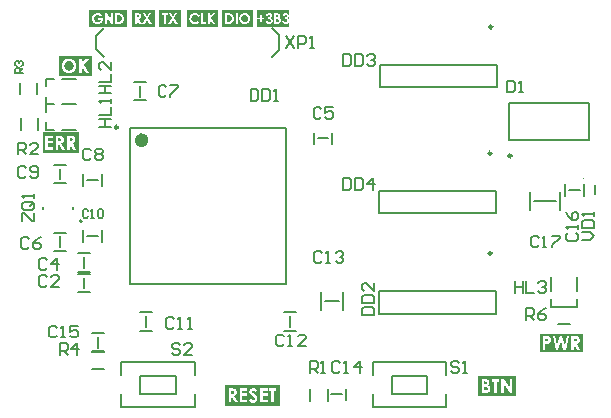
<source format=gto>
G04*
G04 #@! TF.GenerationSoftware,Altium Limited,Altium Designer,24.6.1 (21)*
G04*
G04 Layer_Color=65535*
%FSLAX44Y44*%
%MOMM*%
G71*
G04*
G04 #@! TF.SameCoordinates,5915992C-12D5-426B-92E3-494E032610F7*
G04*
G04*
G04 #@! TF.FilePolarity,Positive*
G04*
G01*
G75*
%ADD10C,0.2500*%
%ADD11C,0.6000*%
%ADD12C,0.2000*%
%ADD13C,0.1000*%
%ADD14C,0.1500*%
%ADD15C,0.1270*%
G36*
X98514Y332934D02*
X66486D01*
Y347066D01*
X98514D01*
Y332934D01*
D02*
G37*
G36*
X57783Y226322D02*
X27217D01*
Y243678D01*
X57783D01*
Y226322D01*
D02*
G37*
G36*
X485000Y57500D02*
X448312D01*
Y73313D01*
X485000D01*
Y57500D01*
D02*
G37*
G36*
X122070Y333030D02*
X102930D01*
Y346970D01*
X122070D01*
Y333030D01*
D02*
G37*
G36*
X236154Y344660D02*
Y338183D01*
X236140Y338475D01*
X236084Y338752D01*
X236015Y338988D01*
X235932Y339196D01*
X235835Y339362D01*
X235765Y339487D01*
X235710Y339570D01*
X235696Y339598D01*
X235515Y339806D01*
X235308Y339986D01*
X235100Y340139D01*
X234891Y340250D01*
X234711Y340333D01*
X234573Y340402D01*
X234517Y340416D01*
X234475Y340430D01*
X234448Y340444D01*
X234434D01*
X234656Y340569D01*
X234836Y340693D01*
X235002Y340832D01*
X235127Y340957D01*
X235224Y341068D01*
X235308Y341151D01*
X235349Y341207D01*
X235363Y341234D01*
X235474Y341415D01*
X235557Y341609D01*
X235613Y341789D01*
X235654Y341955D01*
X235682Y342108D01*
X235696Y342219D01*
Y342288D01*
Y342316D01*
X235682Y342496D01*
X235668Y342663D01*
X235585Y342982D01*
X235460Y343259D01*
X235321Y343495D01*
X235183Y343703D01*
X235058Y343842D01*
X235016Y343897D01*
X234975Y343939D01*
X234961Y343952D01*
X234947Y343966D01*
X234808Y344091D01*
X234656Y344202D01*
X234503Y344285D01*
X234351Y344369D01*
X234046Y344493D01*
X233768Y344577D01*
X233519Y344618D01*
X233407Y344646D01*
X233310D01*
X233241Y344660D01*
X233130D01*
X232908Y344646D01*
X232686Y344618D01*
X232478Y344577D01*
X232298Y344535D01*
X231938Y344396D01*
X231785Y344313D01*
X231646Y344244D01*
X231521Y344160D01*
X231411Y344077D01*
X231313Y344008D01*
X231230Y343952D01*
X231175Y343897D01*
X231133Y343855D01*
X231105Y343828D01*
X231091Y343814D01*
X230897Y343578D01*
X230745Y343315D01*
X230620Y343051D01*
X230537Y342801D01*
X230467Y342579D01*
X230440Y342496D01*
X230426Y342413D01*
X230412Y342344D01*
X230398Y342288D01*
Y342261D01*
Y342247D01*
X232021D01*
X232062Y342371D01*
X232118Y342482D01*
X232187Y342579D01*
X232256Y342663D01*
X232312Y342732D01*
X232367Y342774D01*
X232395Y342801D01*
X232409Y342815D01*
X232520Y342885D01*
X232645Y342940D01*
X232756Y342982D01*
X232853Y343009D01*
X232950Y343023D01*
X233019Y343037D01*
X233075D01*
X233227Y343023D01*
X233352Y342996D01*
X233463Y342954D01*
X233560Y342912D01*
X233643Y342871D01*
X233699Y342829D01*
X233727Y342801D01*
X233740Y342788D01*
X233824Y342691D01*
X233893Y342593D01*
X233934Y342496D01*
X233976Y342399D01*
X233990Y342316D01*
X234004Y342247D01*
Y342205D01*
Y342191D01*
Y342094D01*
X233976Y341997D01*
X233921Y341831D01*
X233893Y341761D01*
X233865Y341706D01*
X233851Y341678D01*
X233837Y341664D01*
X233699Y341498D01*
X233546Y341373D01*
X233477Y341331D01*
X233421Y341304D01*
X233380Y341276D01*
X233366D01*
X233241Y341234D01*
X233102Y341193D01*
X232950Y341165D01*
X232797Y341137D01*
X232673Y341123D01*
X232561Y341110D01*
X232492Y341096D01*
X232465D01*
Y339653D01*
X232811Y339626D01*
X233102Y339584D01*
X233366Y339515D01*
X233574Y339431D01*
X233740Y339362D01*
X233865Y339293D01*
X233934Y339237D01*
X233962Y339223D01*
X234142Y339057D01*
X234267Y338890D01*
X234364Y338710D01*
X234420Y338558D01*
X234461Y338419D01*
X234475Y338294D01*
X234489Y338225D01*
Y338211D01*
Y338197D01*
X234475Y338003D01*
X234434Y337823D01*
X234364Y337656D01*
X234295Y337531D01*
X234226Y337421D01*
X234156Y337337D01*
X234115Y337282D01*
X234101Y337268D01*
X233948Y337143D01*
X233782Y337046D01*
X233615Y336991D01*
X233463Y336935D01*
X233324Y336907D01*
X233213Y336894D01*
X233116D01*
X232922Y336907D01*
X232742Y336949D01*
X232575Y337004D01*
X232451Y337060D01*
X232340Y337115D01*
X232256Y337171D01*
X232201Y337212D01*
X232187Y337226D01*
X232062Y337365D01*
X231951Y337531D01*
X231868Y337698D01*
X231813Y337864D01*
X231771Y338017D01*
X231743Y338142D01*
X231716Y338225D01*
Y338239D01*
Y338253D01*
X230037D01*
X230065Y338003D01*
X230093Y337767D01*
X230148Y337545D01*
X230204Y337351D01*
X230273Y337157D01*
X230343Y336977D01*
X230426Y336824D01*
X230495Y336672D01*
X230578Y336547D01*
X230648Y336436D01*
X230717Y336339D01*
X230786Y336255D01*
X230842Y336200D01*
X230884Y336158D01*
X230897Y336131D01*
X230911Y336117D01*
X231064Y335978D01*
X231244Y335867D01*
X231411Y335756D01*
X231591Y335673D01*
X231938Y335534D01*
X232270Y335437D01*
X232423Y335410D01*
X232561Y335382D01*
X232700Y335368D01*
X232811Y335354D01*
X232894Y335340D01*
X233019D01*
X233269Y335354D01*
X233505Y335382D01*
X233740Y335410D01*
X233948Y335465D01*
X234142Y335534D01*
X234337Y335604D01*
X234503Y335673D01*
X234656Y335756D01*
X234794Y335826D01*
X234919Y335895D01*
X235016Y335964D01*
X235113Y336034D01*
X235183Y336089D01*
X235224Y336117D01*
X235252Y336145D01*
X235266Y336158D01*
X235418Y336325D01*
X235557Y336491D01*
X235682Y336658D01*
X235779Y336824D01*
X235862Y336991D01*
X235932Y337171D01*
X236042Y337490D01*
X236084Y337629D01*
X236112Y337767D01*
X236126Y337878D01*
X236140Y337989D01*
X236154Y338072D01*
Y335340D01*
Y333030D01*
X208847D01*
Y336991D01*
Y339251D01*
X211107D01*
Y336991D01*
X212619D01*
Y339251D01*
X214879D01*
Y340763D01*
X212619D01*
Y343023D01*
X211107D01*
Y340763D01*
X208847D01*
Y343023D01*
Y346970D01*
X236154D01*
Y344660D01*
D02*
G37*
G36*
X175495Y333030D02*
X149505D01*
Y346970D01*
X175495D01*
Y333030D01*
D02*
G37*
G36*
X144257D02*
X125743D01*
Y346970D01*
X144257D01*
Y333030D01*
D02*
G37*
G36*
X68764Y291475D02*
X41236D01*
Y308525D01*
X68764D01*
Y291475D01*
D02*
G37*
G36*
X428125Y20662D02*
X395875D01*
Y37338D01*
X428125D01*
Y20662D01*
D02*
G37*
G36*
X205495Y333030D02*
X179505D01*
Y346970D01*
X205495D01*
Y333030D01*
D02*
G37*
G36*
X228363Y11945D02*
X181637D01*
Y30055D01*
X228363D01*
Y11945D01*
D02*
G37*
%LPC*%
G36*
X73971Y344660D02*
X73777D01*
X73375Y344646D01*
X72986Y344590D01*
X72626Y344521D01*
X72279Y344424D01*
X71960Y344299D01*
X71655Y344174D01*
X71391Y344022D01*
X71142Y343883D01*
X70920Y343745D01*
X70726Y343592D01*
X70559Y343467D01*
X70421Y343356D01*
X70310Y343245D01*
X70240Y343176D01*
X70185Y343120D01*
X70171Y343106D01*
X69963Y342857D01*
X69797Y342607D01*
X69644Y342344D01*
X69505Y342080D01*
X69394Y341817D01*
X69297Y341567D01*
X69228Y341317D01*
X69159Y341082D01*
X69117Y340874D01*
X69075Y340666D01*
X69061Y340485D01*
X69034Y340333D01*
Y340208D01*
X69020Y340125D01*
Y340042D01*
X69034Y339806D01*
X69048Y339570D01*
X69117Y339126D01*
X69214Y338710D01*
X69269Y338530D01*
X69339Y338363D01*
X69394Y338197D01*
X69450Y338058D01*
X69505Y337934D01*
X69547Y337836D01*
X69588Y337753D01*
X69616Y337698D01*
X69644Y337656D01*
Y337642D01*
X69894Y337254D01*
X70171Y336907D01*
X70462Y336616D01*
X70726Y336380D01*
X70975Y336186D01*
X71086Y336103D01*
X71170Y336048D01*
X71253Y336006D01*
X71308Y335964D01*
X71336Y335950D01*
X71350Y335937D01*
X71558Y335826D01*
X71766Y335742D01*
X72196Y335590D01*
X72612Y335493D01*
X73000Y335410D01*
X73167Y335396D01*
X73333Y335368D01*
X73472Y335354D01*
X73583D01*
X73680Y335340D01*
X73818D01*
X74290Y335368D01*
X74720Y335423D01*
X75094Y335507D01*
X75275Y335562D01*
X75427Y335618D01*
X75566Y335659D01*
X75691Y335715D01*
X75802Y335756D01*
X75899Y335798D01*
X75968Y335826D01*
X76023Y335853D01*
X76051Y335881D01*
X76065D01*
X76412Y336103D01*
X76717Y336367D01*
X76994Y336630D01*
X77216Y336894D01*
X77396Y337115D01*
X77466Y337212D01*
X77521Y337309D01*
X77577Y337379D01*
X77604Y337434D01*
X77632Y337462D01*
Y337476D01*
X77743Y337670D01*
X77840Y337864D01*
X77979Y338266D01*
X78090Y338641D01*
X78173Y338974D01*
X78187Y339126D01*
X78215Y339265D01*
X78229Y339390D01*
Y339501D01*
X78242Y339584D01*
Y339695D01*
X78229Y340069D01*
X73763D01*
Y338488D01*
X76329D01*
X76176Y338211D01*
X76023Y337975D01*
X75857Y337781D01*
X75704Y337615D01*
X75566Y337490D01*
X75455Y337407D01*
X75385Y337351D01*
X75372Y337337D01*
X75358D01*
X75122Y337212D01*
X74872Y337129D01*
X74637Y337060D01*
X74401Y337018D01*
X74193Y336991D01*
X74040Y336977D01*
X73888D01*
X73638Y336991D01*
X73402Y337018D01*
X73180Y337060D01*
X72972Y337115D01*
X72764Y337185D01*
X72584Y337254D01*
X72404Y337337D01*
X72251Y337421D01*
X72113Y337504D01*
X71988Y337587D01*
X71877Y337656D01*
X71794Y337726D01*
X71724Y337781D01*
X71669Y337823D01*
X71641Y337850D01*
X71627Y337864D01*
X71461Y338031D01*
X71322Y338211D01*
X71197Y338391D01*
X71100Y338585D01*
X71003Y338766D01*
X70934Y338946D01*
X70823Y339293D01*
X70795Y339445D01*
X70767Y339584D01*
X70740Y339723D01*
X70726Y339834D01*
X70712Y339917D01*
Y339986D01*
Y340028D01*
Y340042D01*
X70726Y340263D01*
X70753Y340485D01*
X70795Y340693D01*
X70851Y340888D01*
X70989Y341248D01*
X71072Y341415D01*
X71156Y341553D01*
X71225Y341692D01*
X71308Y341803D01*
X71378Y341914D01*
X71447Y341997D01*
X71502Y342066D01*
X71544Y342108D01*
X71572Y342136D01*
X71586Y342150D01*
X71752Y342302D01*
X71932Y342441D01*
X72113Y342552D01*
X72307Y342649D01*
X72487Y342746D01*
X72667Y342815D01*
X73014Y342912D01*
X73167Y342954D01*
X73319Y342982D01*
X73444Y342996D01*
X73555Y343009D01*
X73652Y343023D01*
X73777D01*
X74054Y343009D01*
X74318Y342968D01*
X74581Y342912D01*
X74831Y342829D01*
X75053Y342746D01*
X75275Y342649D01*
X75483Y342538D01*
X75663Y342427D01*
X75829Y342302D01*
X75982Y342205D01*
X76107Y342094D01*
X76218Y342011D01*
X76301Y341928D01*
X76356Y341872D01*
X76398Y341831D01*
X76412Y341817D01*
X77604Y342996D01*
X77299Y343301D01*
X76994Y343564D01*
X76717Y343772D01*
X76467Y343939D01*
X76245Y344063D01*
X76162Y344119D01*
X76079Y344160D01*
X76023Y344188D01*
X75982Y344216D01*
X75954Y344230D01*
X75940D01*
X75552Y344369D01*
X75177Y344479D01*
X74817Y344549D01*
X74484Y344604D01*
X74331Y344618D01*
X74193Y344632D01*
X74082Y344646D01*
X73971Y344660D01*
D02*
G37*
G36*
X86910Y344438D02*
X85232D01*
Y338585D01*
X81404Y344438D01*
X79809D01*
Y335562D01*
X81488D01*
Y341373D01*
X85288Y335562D01*
X86910D01*
Y344438D01*
D02*
G37*
G36*
X91126D02*
X88949D01*
Y335562D01*
X91279D01*
X91570Y335576D01*
X91833D01*
X92083Y335590D01*
X92291Y335618D01*
X92499Y335631D01*
X92666Y335645D01*
X92832Y335673D01*
X92957Y335687D01*
X93082Y335701D01*
X93179Y335728D01*
X93248Y335742D01*
X93317Y335756D01*
X93359D01*
X93373Y335770D01*
X93387D01*
X93650Y335867D01*
X93886Y335992D01*
X94108Y336117D01*
X94302Y336255D01*
X94468Y336367D01*
X94593Y336464D01*
X94663Y336533D01*
X94690Y336561D01*
X94898Y336782D01*
X95092Y337018D01*
X95245Y337268D01*
X95384Y337490D01*
X95495Y337684D01*
X95564Y337850D01*
X95592Y337906D01*
X95619Y337948D01*
X95633Y337975D01*
Y337989D01*
X95744Y338322D01*
X95828Y338641D01*
X95897Y338960D01*
X95939Y339251D01*
X95966Y339501D01*
Y339612D01*
X95980Y339709D01*
Y340139D01*
X95952Y340402D01*
X95883Y340874D01*
X95841Y341096D01*
X95786Y341304D01*
X95730Y341498D01*
X95675Y341678D01*
X95619Y341831D01*
X95564Y341969D01*
X95508Y342094D01*
X95467Y342191D01*
X95425Y342274D01*
X95398Y342344D01*
X95384Y342371D01*
X95370Y342385D01*
X95259Y342579D01*
X95134Y342760D01*
X94871Y343093D01*
X94607Y343356D01*
X94371Y343578D01*
X94149Y343745D01*
X94052Y343814D01*
X93969Y343855D01*
X93914Y343897D01*
X93858Y343925D01*
X93830Y343952D01*
X93817D01*
X93636Y344036D01*
X93428Y344119D01*
X93206Y344174D01*
X92971Y344230D01*
X92499Y344313D01*
X92028Y344382D01*
X91806Y344396D01*
X91611Y344410D01*
X91417Y344424D01*
X91265D01*
X91126Y344438D01*
D02*
G37*
%LPD*%
G36*
X91487Y342774D02*
X91750Y342760D01*
X92000Y342718D01*
X92222Y342677D01*
X92430Y342621D01*
X92610Y342566D01*
X92776Y342496D01*
X92929Y342441D01*
X93068Y342371D01*
X93179Y342302D01*
X93276Y342247D01*
X93345Y342191D01*
X93414Y342150D01*
X93456Y342108D01*
X93470Y342094D01*
X93484Y342080D01*
X93622Y341928D01*
X93747Y341761D01*
X93858Y341595D01*
X93955Y341415D01*
X94025Y341234D01*
X94094Y341054D01*
X94191Y340707D01*
X94219Y340541D01*
X94247Y340388D01*
X94260Y340250D01*
X94274Y340139D01*
X94288Y340042D01*
Y339958D01*
Y339917D01*
Y339903D01*
X94274Y339570D01*
X94233Y339279D01*
X94177Y339015D01*
X94122Y338793D01*
X94066Y338613D01*
X94011Y338475D01*
X93969Y338391D01*
X93955Y338377D01*
Y338363D01*
X93817Y338142D01*
X93678Y337961D01*
X93539Y337809D01*
X93400Y337684D01*
X93276Y337587D01*
X93179Y337531D01*
X93123Y337490D01*
X93095Y337476D01*
X92985Y337434D01*
X92874Y337393D01*
X92610Y337323D01*
X92333Y337282D01*
X92055Y337240D01*
X91806Y337226D01*
X91695D01*
X91598Y337212D01*
X90627D01*
Y342788D01*
X91195D01*
X91487Y342774D01*
D02*
G37*
%LPC*%
G36*
X50546Y240925D02*
X47842D01*
Y229075D01*
X50083D01*
Y234093D01*
X50286D01*
X52971Y229075D01*
X55434D01*
X52619Y234333D01*
X53008Y234500D01*
X53360Y234685D01*
X53656Y234889D01*
X53878Y235074D01*
X54064Y235259D01*
X54193Y235389D01*
X54286Y235481D01*
X54304Y235518D01*
X54489Y235833D01*
X54638Y236167D01*
X54730Y236481D01*
X54804Y236796D01*
X54841Y237074D01*
X54878Y237296D01*
Y237370D01*
Y237426D01*
Y237463D01*
Y237481D01*
X54860Y237889D01*
X54804Y238259D01*
X54712Y238574D01*
X54619Y238870D01*
X54527Y239092D01*
X54434Y239259D01*
X54378Y239370D01*
X54360Y239407D01*
X54156Y239685D01*
X53934Y239925D01*
X53712Y240129D01*
X53508Y240296D01*
X53323Y240425D01*
X53156Y240499D01*
X53064Y240555D01*
X53045Y240574D01*
X53027D01*
X52860Y240629D01*
X52675Y240685D01*
X52231Y240777D01*
X51768Y240833D01*
X51323Y240888D01*
X51101D01*
X50897Y240907D01*
X50712D01*
X50546Y240925D01*
D02*
G37*
G36*
X40972D02*
X38269D01*
Y229075D01*
X40510D01*
Y234093D01*
X40713D01*
X43398Y229075D01*
X45861D01*
X43046Y234333D01*
X43435Y234500D01*
X43787Y234685D01*
X44083Y234889D01*
X44305Y235074D01*
X44490Y235259D01*
X44620Y235389D01*
X44713Y235481D01*
X44731Y235518D01*
X44916Y235833D01*
X45065Y236167D01*
X45157Y236481D01*
X45231Y236796D01*
X45268Y237074D01*
X45305Y237296D01*
Y237370D01*
Y237426D01*
Y237463D01*
Y237481D01*
X45287Y237889D01*
X45231Y238259D01*
X45139Y238574D01*
X45046Y238870D01*
X44953Y239092D01*
X44861Y239259D01*
X44805Y239370D01*
X44787Y239407D01*
X44583Y239685D01*
X44361Y239925D01*
X44139Y240129D01*
X43935Y240296D01*
X43750Y240425D01*
X43583Y240499D01*
X43491Y240555D01*
X43472Y240574D01*
X43454D01*
X43287Y240629D01*
X43102Y240685D01*
X42657Y240777D01*
X42194Y240833D01*
X41750Y240888D01*
X41528D01*
X41324Y240907D01*
X41139D01*
X40972Y240925D01*
D02*
G37*
G36*
X36028D02*
X29566D01*
Y229075D01*
X36028D01*
Y231297D01*
X31807D01*
Y234408D01*
X36028D01*
Y236592D01*
X31807D01*
Y238740D01*
X36028D01*
Y240925D01*
D02*
G37*
%LPD*%
G36*
X51268Y238703D02*
X51490Y238685D01*
X51656Y238666D01*
X51786Y238629D01*
X51860Y238611D01*
X51916Y238592D01*
X51934D01*
X52175Y238463D01*
X52342Y238333D01*
X52453Y238222D01*
X52490Y238185D01*
Y238166D01*
X52564Y238055D01*
X52601Y237944D01*
X52675Y237722D01*
Y237629D01*
X52693Y237574D01*
Y237518D01*
Y237500D01*
X52675Y237278D01*
X52619Y237074D01*
X52564Y236926D01*
X52490Y236796D01*
X52397Y236703D01*
X52342Y236630D01*
X52286Y236592D01*
X52267Y236574D01*
X52082Y236481D01*
X51860Y236407D01*
X51619Y236370D01*
X51379Y236333D01*
X51157Y236315D01*
X50953Y236296D01*
X50083D01*
Y238722D01*
X51008D01*
X51268Y238703D01*
D02*
G37*
G36*
X41694D02*
X41917Y238685D01*
X42083Y238666D01*
X42213Y238629D01*
X42287Y238611D01*
X42343Y238592D01*
X42361D01*
X42602Y238463D01*
X42769Y238333D01*
X42880Y238222D01*
X42917Y238185D01*
Y238166D01*
X42991Y238055D01*
X43028Y237944D01*
X43102Y237722D01*
Y237629D01*
X43120Y237574D01*
Y237518D01*
Y237500D01*
X43102Y237278D01*
X43046Y237074D01*
X42991Y236926D01*
X42917Y236796D01*
X42824Y236703D01*
X42769Y236630D01*
X42713Y236592D01*
X42694Y236574D01*
X42509Y236481D01*
X42287Y236407D01*
X42046Y236370D01*
X41806Y236333D01*
X41583Y236315D01*
X41380Y236296D01*
X40510D01*
Y238722D01*
X41435D01*
X41694Y238703D01*
D02*
G37*
%LPC*%
G36*
X482580Y71332D02*
X474989D01*
Y59481D01*
X477229D01*
Y64499D01*
X477433D01*
X480118Y59481D01*
X482580D01*
X479766Y64740D01*
X480155Y64906D01*
X480507Y65092D01*
X480803Y65295D01*
X481025Y65480D01*
X481210Y65665D01*
X481340Y65795D01*
X481432Y65888D01*
X481451Y65925D01*
X481636Y66240D01*
X481784Y66573D01*
X481877Y66888D01*
X481951Y67202D01*
X481988Y67480D01*
X482025Y67702D01*
Y67776D01*
Y67832D01*
Y67869D01*
Y67888D01*
X482006Y68295D01*
X481951Y68665D01*
X481858Y68980D01*
X481766Y69276D01*
X481673Y69498D01*
X481581Y69665D01*
X481525Y69776D01*
X481507Y69813D01*
X481303Y70091D01*
X481081Y70332D01*
X480858Y70535D01*
X480655Y70702D01*
X480470Y70832D01*
X480303Y70906D01*
X480210Y70961D01*
X480192Y70980D01*
X480173D01*
X480007Y71035D01*
X479822Y71091D01*
X479377Y71183D01*
X478914Y71239D01*
X478470Y71294D01*
X478248D01*
X478044Y71313D01*
X477859D01*
X477692Y71332D01*
X482580D01*
D01*
D02*
G37*
G36*
X473082D02*
X459083D01*
X461768Y59481D01*
X463897D01*
X466045Y67128D01*
X468212Y59481D01*
X470397D01*
X473082Y71332D01*
D01*
D02*
G37*
G36*
X457787D02*
X450732D01*
Y59481D01*
X452972D01*
Y64499D01*
X453565D01*
X453824Y64517D01*
X454065Y64536D01*
X454287D01*
X454491Y64555D01*
X454658Y64573D01*
X454806Y64591D01*
X454954Y64610D01*
X455065Y64629D01*
X455157Y64647D01*
X455232D01*
X455324Y64684D01*
X455361D01*
X455750Y64832D01*
X456102Y64999D01*
X456398Y65184D01*
X456657Y65369D01*
X456861Y65536D01*
X457009Y65684D01*
X457083Y65777D01*
X457120Y65814D01*
X457342Y66147D01*
X457509Y66499D01*
X457620Y66832D01*
X457713Y67165D01*
X457750Y67443D01*
X457768Y67573D01*
Y67684D01*
X457787Y67776D01*
Y67888D01*
X457768Y68295D01*
X457713Y68647D01*
X457620Y68980D01*
X457546Y69258D01*
X457453Y69480D01*
X457361Y69647D01*
X457305Y69758D01*
X457287Y69795D01*
X457083Y70072D01*
X456861Y70313D01*
X456639Y70517D01*
X456417Y70683D01*
X456213Y70813D01*
X456065Y70887D01*
X455954Y70943D01*
X455935Y70961D01*
X455917D01*
X455750Y71035D01*
X455546Y71091D01*
X455120Y71183D01*
X454658Y71239D01*
X454195Y71294D01*
X453991D01*
X453787Y71313D01*
X453602D01*
X453435Y71332D01*
X457787D01*
D01*
D02*
G37*
%LPD*%
G36*
X478414Y69110D02*
X478637Y69091D01*
X478803Y69072D01*
X478933Y69036D01*
X479007Y69017D01*
X479062Y68998D01*
X479081D01*
X479322Y68869D01*
X479488Y68739D01*
X479599Y68628D01*
X479636Y68591D01*
Y68573D01*
X479710Y68461D01*
X479748Y68350D01*
X479822Y68128D01*
Y68036D01*
X479840Y67980D01*
Y67924D01*
Y67906D01*
X479822Y67684D01*
X479766Y67480D01*
X479710Y67332D01*
X479636Y67202D01*
X479544Y67110D01*
X479488Y67036D01*
X479433Y66999D01*
X479414Y66980D01*
X479229Y66888D01*
X479007Y66814D01*
X478766Y66776D01*
X478525Y66739D01*
X478303Y66721D01*
X478100Y66702D01*
X477229D01*
Y69128D01*
X478155D01*
X478414Y69110D01*
D02*
G37*
G36*
X469156Y63758D02*
X467008Y71332D01*
X470878D01*
X469156Y63758D01*
D02*
G37*
G36*
X463008D02*
X461286Y71332D01*
X465119D01*
X463008Y63758D01*
D02*
G37*
G36*
X453972Y69110D02*
X454269Y69091D01*
X454528Y69054D01*
X454713Y69017D01*
X454861Y68961D01*
X454972Y68924D01*
X455028Y68906D01*
X455046Y68887D01*
X455232Y68758D01*
X455361Y68591D01*
X455472Y68425D01*
X455528Y68276D01*
X455565Y68128D01*
X455602Y67999D01*
Y67924D01*
Y67888D01*
Y67739D01*
X455565Y67628D01*
X455509Y67406D01*
X455472Y67332D01*
X455435Y67276D01*
X455417Y67239D01*
X455398Y67221D01*
X455232Y67036D01*
X455065Y66906D01*
X454991Y66869D01*
X454935Y66832D01*
X454898Y66814D01*
X454880D01*
X454732Y66776D01*
X454546Y66758D01*
X454157Y66721D01*
X453991Y66702D01*
X452972D01*
Y69128D01*
X453602D01*
X453972Y69110D01*
D02*
G37*
%LPC*%
G36*
X119434Y344438D02*
X117507D01*
X115648Y341581D01*
X113776Y344438D01*
X111862D01*
X114691Y340111D01*
X111696Y335562D01*
X113610D01*
X115648Y338655D01*
X117673Y335562D01*
X119587D01*
X116605Y340111D01*
X119434Y344438D01*
D02*
G37*
G36*
X107438D02*
X105413D01*
Y335562D01*
X107091D01*
Y339320D01*
X107244D01*
X109255Y335562D01*
X111099D01*
X108991Y339501D01*
X109283Y339626D01*
X109546Y339764D01*
X109768Y339917D01*
X109934Y340056D01*
X110073Y340194D01*
X110170Y340291D01*
X110239Y340361D01*
X110253Y340388D01*
X110392Y340624D01*
X110503Y340874D01*
X110572Y341110D01*
X110628Y341345D01*
X110655Y341553D01*
X110683Y341720D01*
Y341775D01*
Y341817D01*
Y341844D01*
Y341858D01*
X110669Y342164D01*
X110628Y342441D01*
X110558Y342677D01*
X110489Y342898D01*
X110420Y343065D01*
X110350Y343190D01*
X110309Y343273D01*
X110295Y343301D01*
X110142Y343509D01*
X109976Y343689D01*
X109810Y343842D01*
X109657Y343966D01*
X109518Y344063D01*
X109394Y344119D01*
X109324Y344160D01*
X109310Y344174D01*
X109296D01*
X109172Y344216D01*
X109033Y344258D01*
X108700Y344327D01*
X108353Y344369D01*
X108020Y344410D01*
X107854D01*
X107702Y344424D01*
X107563D01*
X107438Y344438D01*
D02*
G37*
%LPD*%
G36*
X107979Y342774D02*
X108145Y342760D01*
X108270Y342746D01*
X108367Y342718D01*
X108423Y342704D01*
X108464Y342691D01*
X108478D01*
X108659Y342593D01*
X108783Y342496D01*
X108867Y342413D01*
X108894Y342385D01*
Y342371D01*
X108950Y342288D01*
X108977Y342205D01*
X109033Y342039D01*
Y341969D01*
X109047Y341928D01*
Y341886D01*
Y341872D01*
X109033Y341706D01*
X108991Y341553D01*
X108950Y341442D01*
X108894Y341345D01*
X108825Y341276D01*
X108783Y341220D01*
X108742Y341193D01*
X108728Y341179D01*
X108589Y341110D01*
X108423Y341054D01*
X108242Y341026D01*
X108062Y340998D01*
X107896Y340985D01*
X107743Y340971D01*
X107091D01*
Y342788D01*
X107785D01*
X107979Y342774D01*
D02*
G37*
%LPC*%
G36*
X219151Y344660D02*
X219040D01*
X218818Y344646D01*
X218596Y344618D01*
X218388Y344577D01*
X218208Y344535D01*
X217847Y344396D01*
X217695Y344313D01*
X217556Y344244D01*
X217431Y344160D01*
X217320Y344077D01*
X217223Y344008D01*
X217140Y343952D01*
X217084Y343897D01*
X217043Y343855D01*
X217015Y343828D01*
X217001Y343814D01*
X216807Y343578D01*
X216654Y343315D01*
X216530Y343051D01*
X216446Y342801D01*
X216377Y342579D01*
X216349Y342496D01*
X216336Y342413D01*
X216322Y342344D01*
X216308Y342288D01*
Y342261D01*
Y342247D01*
X217930D01*
X217972Y342371D01*
X218027Y342482D01*
X218097Y342579D01*
X218166Y342663D01*
X218222Y342732D01*
X218277Y342774D01*
X218305Y342801D01*
X218319Y342815D01*
X218430Y342885D01*
X218554Y342940D01*
X218665Y342982D01*
X218762Y343009D01*
X218860Y343023D01*
X218929Y343037D01*
X218984D01*
X219137Y343023D01*
X219262Y342996D01*
X219373Y342954D01*
X219470Y342912D01*
X219553Y342871D01*
X219608Y342829D01*
X219636Y342801D01*
X219650Y342788D01*
X219733Y342691D01*
X219803Y342593D01*
X219844Y342496D01*
X219886Y342399D01*
X219900Y342316D01*
X219914Y342247D01*
Y342205D01*
Y342191D01*
Y342094D01*
X219886Y341997D01*
X219830Y341831D01*
X219803Y341761D01*
X219775Y341706D01*
X219761Y341678D01*
X219747Y341664D01*
X219608Y341498D01*
X219456Y341373D01*
X219387Y341331D01*
X219331Y341304D01*
X219289Y341276D01*
X219276D01*
X219151Y341234D01*
X219012Y341193D01*
X218860Y341165D01*
X218707Y341137D01*
X218582Y341123D01*
X218471Y341110D01*
X218402Y341096D01*
X218374D01*
Y339653D01*
X218721Y339626D01*
X219012Y339584D01*
X219276Y339515D01*
X219484Y339431D01*
X219650Y339362D01*
X219775Y339293D01*
X219844Y339237D01*
X219872Y339223D01*
X220052Y339057D01*
X220177Y338890D01*
X220274Y338710D01*
X220330Y338558D01*
X220371Y338419D01*
X220385Y338294D01*
X220399Y338225D01*
Y338211D01*
Y338197D01*
X220385Y338003D01*
X220343Y337823D01*
X220274Y337656D01*
X220205Y337531D01*
X220135Y337421D01*
X220066Y337337D01*
X220025Y337282D01*
X220011Y337268D01*
X219858Y337143D01*
X219692Y337046D01*
X219525Y336991D01*
X219373Y336935D01*
X219234Y336907D01*
X219123Y336894D01*
X219026D01*
X218832Y336907D01*
X218652Y336949D01*
X218485Y337004D01*
X218360Y337060D01*
X218249Y337115D01*
X218166Y337171D01*
X218111Y337212D01*
X218097Y337226D01*
X217972Y337365D01*
X217861Y337531D01*
X217778Y337698D01*
X217722Y337864D01*
X217681Y338017D01*
X217653Y338142D01*
X217625Y338225D01*
Y338239D01*
Y338253D01*
X215947D01*
X215975Y338003D01*
X216003Y337767D01*
X216058Y337545D01*
X216114Y337351D01*
X216183Y337157D01*
X216252Y336977D01*
X216336Y336824D01*
X216405Y336672D01*
X216488Y336547D01*
X216557Y336436D01*
X216627Y336339D01*
X216696Y336255D01*
X216752Y336200D01*
X216793Y336158D01*
X216807Y336131D01*
X216821Y336117D01*
X216973Y335978D01*
X217154Y335867D01*
X217320Y335756D01*
X217500Y335673D01*
X217847Y335534D01*
X218180Y335437D01*
X218333Y335410D01*
X218471Y335382D01*
X218610Y335368D01*
X218721Y335354D01*
X218804Y335340D01*
X218929D01*
X219179Y335354D01*
X219414Y335382D01*
X219650Y335410D01*
X219858Y335465D01*
X220052Y335534D01*
X220246Y335604D01*
X220413Y335673D01*
X220565Y335756D01*
X220704Y335826D01*
X220829Y335895D01*
X220926Y335964D01*
X221023Y336034D01*
X221092Y336089D01*
X221134Y336117D01*
X221162Y336145D01*
X221176Y336158D01*
X221328Y336325D01*
X221467Y336491D01*
X221592Y336658D01*
X221689Y336824D01*
X221772Y336991D01*
X221841Y337171D01*
X221952Y337490D01*
X221994Y337629D01*
X222022Y337767D01*
X222035Y337878D01*
X222049Y337989D01*
X222063Y338072D01*
Y338183D01*
X222049Y338475D01*
X221994Y338752D01*
X221924Y338988D01*
X221841Y339196D01*
X221744Y339362D01*
X221675Y339487D01*
X221619Y339570D01*
X221605Y339598D01*
X221425Y339806D01*
X221217Y339986D01*
X221009Y340139D01*
X220801Y340250D01*
X220621Y340333D01*
X220482Y340402D01*
X220427Y340416D01*
X220385Y340430D01*
X220357Y340444D01*
X220343D01*
X220565Y340569D01*
X220746Y340693D01*
X220912Y340832D01*
X221037Y340957D01*
X221134Y341068D01*
X221217Y341151D01*
X221259Y341207D01*
X221273Y341234D01*
X221384Y341415D01*
X221467Y341609D01*
X221522Y341789D01*
X221564Y341955D01*
X221592Y342108D01*
X221605Y342219D01*
Y342288D01*
Y342316D01*
X221592Y342496D01*
X221578Y342663D01*
X221495Y342982D01*
X221370Y343259D01*
X221231Y343495D01*
X221092Y343703D01*
X220968Y343842D01*
X220926Y343897D01*
X220884Y343939D01*
X220870Y343952D01*
X220857Y343966D01*
X220718Y344091D01*
X220565Y344202D01*
X220413Y344285D01*
X220260Y344369D01*
X219955Y344493D01*
X219678Y344577D01*
X219428Y344618D01*
X219317Y344646D01*
X219220D01*
X219151Y344660D01*
D02*
G37*
G36*
X225184Y344438D02*
X223492D01*
Y335562D01*
X225988D01*
X226362Y335576D01*
X226695Y335604D01*
X226986Y335659D01*
X227222Y335715D01*
X227416Y335756D01*
X227555Y335812D01*
X227638Y335840D01*
X227666Y335853D01*
X227888Y335978D01*
X228082Y336131D01*
X228262Y336283D01*
X228401Y336422D01*
X228526Y336561D01*
X228609Y336672D01*
X228664Y336741D01*
X228678Y336769D01*
X228803Y337004D01*
X228900Y337240D01*
X228970Y337476D01*
X229025Y337684D01*
X229053Y337878D01*
X229067Y338017D01*
Y338142D01*
X229053Y338419D01*
X229011Y338683D01*
X228942Y338904D01*
X228873Y339112D01*
X228803Y339265D01*
X228734Y339390D01*
X228692Y339459D01*
X228678Y339487D01*
X228526Y339695D01*
X228332Y339875D01*
X228137Y340042D01*
X227943Y340180D01*
X227777Y340291D01*
X227638Y340374D01*
X227583Y340402D01*
X227541Y340430D01*
X227513Y340444D01*
X227500D01*
X227666Y340583D01*
X227819Y340721D01*
X227929Y340846D01*
X228027Y340971D01*
X228096Y341068D01*
X228151Y341151D01*
X228179Y341207D01*
X228193Y341220D01*
X228262Y341373D01*
X228318Y341539D01*
X228359Y341692D01*
X228387Y341831D01*
X228401Y341955D01*
X228415Y342052D01*
Y342108D01*
Y342136D01*
X228401Y342413D01*
X228346Y342677D01*
X228262Y342898D01*
X228179Y343106D01*
X228082Y343259D01*
X228013Y343384D01*
X227957Y343453D01*
X227929Y343481D01*
X227735Y343689D01*
X227527Y343855D01*
X227319Y343994D01*
X227125Y344091D01*
X226945Y344174D01*
X226792Y344230D01*
X226751Y344244D01*
X226709Y344258D01*
X226681Y344272D01*
X226667D01*
X226556Y344299D01*
X226432Y344327D01*
X226154Y344369D01*
X225849Y344396D01*
X225558Y344424D01*
X225294D01*
X225184Y344438D01*
D02*
G37*
%LPD*%
G36*
X225808Y342815D02*
X225988Y342788D01*
X226140Y342746D01*
X226265Y342704D01*
X226362Y342663D01*
X226432Y342621D01*
X226473Y342593D01*
X226487Y342579D01*
X226584Y342482D01*
X226654Y342371D01*
X226709Y342261D01*
X226737Y342150D01*
X226765Y342052D01*
X226778Y341983D01*
Y341928D01*
Y341914D01*
X226765Y341761D01*
X226737Y341623D01*
X226681Y341498D01*
X226626Y341401D01*
X226570Y341317D01*
X226515Y341262D01*
X226487Y341220D01*
X226473Y341207D01*
X226348Y341123D01*
X226196Y341068D01*
X226043Y341012D01*
X225891Y340985D01*
X225752Y340971D01*
X225641Y340957D01*
X225170D01*
Y342829D01*
X225600D01*
X225808Y342815D01*
D02*
G37*
G36*
X225863Y339431D02*
X226168Y339390D01*
X226418Y339334D01*
X226612Y339279D01*
X226765Y339223D01*
X226875Y339168D01*
X226945Y339126D01*
X226959Y339112D01*
X227111Y338974D01*
X227222Y338835D01*
X227292Y338683D01*
X227347Y338530D01*
X227375Y338405D01*
X227402Y338294D01*
Y338225D01*
Y338197D01*
X227389Y338017D01*
X227347Y337864D01*
X227278Y337739D01*
X227222Y337629D01*
X227153Y337545D01*
X227083Y337490D01*
X227042Y337448D01*
X227028Y337434D01*
X226945Y337393D01*
X226862Y337351D01*
X226640Y337282D01*
X226404Y337240D01*
X226168Y337199D01*
X225946Y337185D01*
X225849D01*
X225752Y337171D01*
X225170D01*
Y339445D01*
X225516D01*
X225863Y339431D01*
D02*
G37*
%LPC*%
G36*
X156433Y344660D02*
X156003D01*
X155767Y344632D01*
X155323Y344563D01*
X154907Y344452D01*
X154727Y344396D01*
X154546Y344341D01*
X154394Y344285D01*
X154255Y344230D01*
X154130Y344174D01*
X154019Y344119D01*
X153936Y344077D01*
X153881Y344050D01*
X153839Y344036D01*
X153825Y344022D01*
X153423Y343772D01*
X153076Y343495D01*
X152785Y343218D01*
X152549Y342954D01*
X152355Y342718D01*
X152272Y342621D01*
X152217Y342524D01*
X152175Y342455D01*
X152133Y342399D01*
X152120Y342371D01*
X152106Y342358D01*
X151995Y342164D01*
X151911Y341969D01*
X151759Y341553D01*
X151662Y341165D01*
X151579Y340804D01*
X151565Y340638D01*
X151537Y340485D01*
X151523Y340347D01*
Y340236D01*
X151509Y340139D01*
Y340014D01*
X151523Y339639D01*
X151565Y339279D01*
X151634Y338946D01*
X151717Y338627D01*
X151814Y338322D01*
X151925Y338045D01*
X152050Y337795D01*
X152175Y337559D01*
X152286Y337351D01*
X152411Y337171D01*
X152522Y337018D01*
X152619Y336880D01*
X152702Y336782D01*
X152771Y336699D01*
X152813Y336658D01*
X152827Y336644D01*
X153076Y336408D01*
X153354Y336214D01*
X153631Y336034D01*
X153909Y335895D01*
X154200Y335770D01*
X154477Y335659D01*
X154754Y335576D01*
X155018Y335507D01*
X155254Y335451D01*
X155490Y335410D01*
X155698Y335382D01*
X155864Y335368D01*
X156017Y335354D01*
X156114Y335340D01*
X156211D01*
X156613Y335354D01*
X157001Y335396D01*
X157334Y335451D01*
X157625Y335521D01*
X157764Y335548D01*
X157875Y335590D01*
X157972Y335618D01*
X158055Y335645D01*
X158125Y335673D01*
X158166Y335687D01*
X158194Y335701D01*
X158208D01*
X158374Y335784D01*
X158541Y335867D01*
X158873Y336075D01*
X159192Y336297D01*
X159484Y336519D01*
X159719Y336713D01*
X159830Y336810D01*
X159914Y336894D01*
X159983Y336949D01*
X160038Y337004D01*
X160066Y337032D01*
X160080Y337046D01*
X158929Y338239D01*
X158665Y337989D01*
X158416Y337781D01*
X158180Y337601D01*
X157986Y337476D01*
X157819Y337365D01*
X157695Y337296D01*
X157611Y337254D01*
X157598Y337240D01*
X157584D01*
X157362Y337157D01*
X157126Y337088D01*
X156890Y337046D01*
X156682Y337004D01*
X156502Y336991D01*
X156363Y336977D01*
X156238D01*
X155919Y336991D01*
X155628Y337032D01*
X155365Y337102D01*
X155129Y337171D01*
X154935Y337240D01*
X154796Y337309D01*
X154741Y337323D01*
X154699Y337351D01*
X154685Y337365D01*
X154671D01*
X154422Y337518D01*
X154200Y337698D01*
X154019Y337878D01*
X153853Y338045D01*
X153742Y338197D01*
X153645Y338322D01*
X153590Y338405D01*
X153576Y338419D01*
Y338433D01*
X153451Y338696D01*
X153354Y338974D01*
X153298Y339237D01*
X153243Y339487D01*
X153215Y339695D01*
Y339792D01*
X153201Y339861D01*
Y339931D01*
Y339972D01*
Y340000D01*
Y340014D01*
X153215Y340250D01*
X153243Y340471D01*
X153285Y340680D01*
X153340Y340874D01*
X153479Y341248D01*
X153548Y341401D01*
X153631Y341553D01*
X153714Y341692D01*
X153784Y341803D01*
X153867Y341914D01*
X153922Y341997D01*
X153978Y342066D01*
X154019Y342108D01*
X154047Y342136D01*
X154061Y342150D01*
X154228Y342302D01*
X154408Y342441D01*
X154588Y342552D01*
X154768Y342649D01*
X154949Y342746D01*
X155129Y342815D01*
X155462Y342912D01*
X155614Y342954D01*
X155767Y342982D01*
X155892Y342996D01*
X156003Y343009D01*
X156086Y343023D01*
X156211D01*
X156488Y343009D01*
X156765Y342968D01*
X157029Y342912D01*
X157279Y342829D01*
X157514Y342732D01*
X157736Y342621D01*
X157944Y342510D01*
X158138Y342385D01*
X158319Y342261D01*
X158471Y342150D01*
X158610Y342039D01*
X158721Y341942D01*
X158804Y341872D01*
X158873Y341803D01*
X158915Y341761D01*
X158929Y341747D01*
X160122Y342871D01*
X159830Y343176D01*
X159525Y343439D01*
X159234Y343661D01*
X158957Y343855D01*
X158707Y343994D01*
X158610Y344050D01*
X158513Y344105D01*
X158443Y344147D01*
X158388Y344160D01*
X158360Y344188D01*
X158346D01*
X157972Y344341D01*
X157584Y344466D01*
X157237Y344549D01*
X156918Y344604D01*
X156765Y344618D01*
X156641Y344632D01*
X156530Y344646D01*
X156433Y344660D01*
D02*
G37*
G36*
X173186Y344438D02*
X171147D01*
X168748Y341359D01*
Y344438D01*
X167042D01*
Y335562D01*
X168748D01*
Y339515D01*
X171480Y335562D01*
X173491D01*
X170079Y340471D01*
X173186Y344438D01*
D02*
G37*
G36*
X163256D02*
X161578D01*
Y335562D01*
X165738D01*
Y337171D01*
X163256D01*
Y344438D01*
D02*
G37*
G36*
X141435D02*
X139507D01*
X137649Y341581D01*
X135777Y344438D01*
X133863D01*
X136692Y340111D01*
X133696Y335562D01*
X135610D01*
X137649Y338655D01*
X139674Y335562D01*
X141587D01*
X138606Y340111D01*
X141435Y344438D01*
D02*
G37*
G36*
X133336D02*
X128413D01*
Y342774D01*
X129993D01*
Y335562D01*
X131713D01*
Y342774D01*
X133336D01*
Y344438D01*
D02*
G37*
G36*
X66129Y305925D02*
X63407D01*
X60203Y301815D01*
Y305925D01*
X57926D01*
Y294075D01*
X60203D01*
Y299352D01*
X63851Y294075D01*
X66536D01*
X61981Y300630D01*
X66129Y305925D01*
D02*
G37*
G36*
X49741Y306222D02*
X49315D01*
X49019Y306185D01*
X48445Y306092D01*
X47908Y305944D01*
X47667Y305870D01*
X47445Y305796D01*
X47242Y305722D01*
X47056Y305648D01*
X46908Y305574D01*
X46779Y305499D01*
X46667Y305444D01*
X46593Y305407D01*
X46538Y305388D01*
X46519Y305370D01*
X46019Y305037D01*
X45575Y304666D01*
X45186Y304296D01*
X44871Y303925D01*
X44612Y303611D01*
X44520Y303463D01*
X44427Y303351D01*
X44372Y303240D01*
X44316Y303166D01*
X44297Y303129D01*
X44279Y303111D01*
X44131Y302852D01*
X44020Y302574D01*
X43816Y302037D01*
X43668Y301500D01*
X43575Y301037D01*
X43538Y300815D01*
X43501Y300611D01*
X43483Y300444D01*
Y300296D01*
X43464Y300167D01*
Y300000D01*
X43483Y299537D01*
X43538Y299093D01*
X43631Y298648D01*
X43742Y298241D01*
X43871Y297852D01*
X44020Y297500D01*
X44186Y297167D01*
X44353Y296852D01*
X44501Y296574D01*
X44668Y296334D01*
X44816Y296112D01*
X44946Y295945D01*
X45057Y295797D01*
X45149Y295704D01*
X45205Y295630D01*
X45223Y295612D01*
X45557Y295297D01*
X45927Y295000D01*
X46279Y294760D01*
X46649Y294556D01*
X47038Y294371D01*
X47390Y294223D01*
X47760Y294112D01*
X48093Y294001D01*
X48427Y293927D01*
X48704Y293871D01*
X48982Y293834D01*
X49204Y293815D01*
X49390Y293797D01*
X49538Y293778D01*
X49649D01*
X50112Y293797D01*
X50556Y293853D01*
X50982Y293945D01*
X51389Y294056D01*
X51778Y294186D01*
X52130Y294334D01*
X52463Y294501D01*
X52759Y294667D01*
X53037Y294834D01*
X53259Y295000D01*
X53482Y295149D01*
X53648Y295278D01*
X53778Y295389D01*
X53889Y295482D01*
X53945Y295537D01*
X53963Y295556D01*
X54278Y295908D01*
X54556Y296260D01*
X54796Y296630D01*
X55000Y297000D01*
X55185Y297371D01*
X55315Y297741D01*
X55444Y298093D01*
X55537Y298426D01*
X55611Y298759D01*
X55667Y299037D01*
X55704Y299296D01*
X55741Y299519D01*
Y299704D01*
X55759Y299852D01*
Y299963D01*
X55741Y300444D01*
X55685Y300907D01*
X55592Y301333D01*
X55481Y301759D01*
X55333Y302148D01*
X55185Y302518D01*
X55019Y302852D01*
X54852Y303148D01*
X54685Y303426D01*
X54519Y303685D01*
X54370Y303888D01*
X54222Y304074D01*
X54111Y304203D01*
X54019Y304314D01*
X53963Y304370D01*
X53945Y304388D01*
X53593Y304703D01*
X53241Y305000D01*
X52871Y305240D01*
X52500Y305444D01*
X52148Y305629D01*
X51778Y305777D01*
X51445Y305888D01*
X51111Y305999D01*
X50797Y306073D01*
X50519Y306129D01*
X50260Y306166D01*
X50056Y306185D01*
X49871Y306203D01*
X49741Y306222D01*
D02*
G37*
%LPD*%
G36*
X49889Y304018D02*
X50186Y303981D01*
X50445Y303925D01*
X50704Y303852D01*
X51186Y303666D01*
X51389Y303555D01*
X51593Y303444D01*
X51760Y303333D01*
X51908Y303222D01*
X52037Y303129D01*
X52148Y303037D01*
X52241Y302963D01*
X52297Y302907D01*
X52334Y302870D01*
X52352Y302852D01*
X52556Y302629D01*
X52722Y302389D01*
X52889Y302148D01*
X53019Y301907D01*
X53130Y301667D01*
X53222Y301426D01*
X53352Y300981D01*
X53408Y300778D01*
X53445Y300574D01*
X53463Y300407D01*
X53482Y300259D01*
X53500Y300148D01*
Y300056D01*
Y300000D01*
Y299981D01*
X53482Y299667D01*
X53445Y299370D01*
X53389Y299093D01*
X53334Y298815D01*
X53148Y298333D01*
X53037Y298111D01*
X52945Y297908D01*
X52833Y297722D01*
X52722Y297574D01*
X52630Y297426D01*
X52556Y297315D01*
X52482Y297222D01*
X52426Y297167D01*
X52389Y297130D01*
X52371Y297111D01*
X52148Y296908D01*
X51926Y296741D01*
X51704Y296574D01*
X51463Y296445D01*
X51241Y296334D01*
X51000Y296241D01*
X50574Y296112D01*
X50389Y296056D01*
X50204Y296019D01*
X50037Y296000D01*
X49908Y295982D01*
X49778Y295963D01*
X49630D01*
X49371Y295982D01*
X49112Y296000D01*
X48649Y296112D01*
X48223Y296241D01*
X47853Y296408D01*
X47686Y296500D01*
X47556Y296574D01*
X47427Y296649D01*
X47316Y296723D01*
X47242Y296778D01*
X47186Y296815D01*
X47149Y296834D01*
X47130Y296852D01*
X46890Y297074D01*
X46667Y297315D01*
X46482Y297574D01*
X46316Y297815D01*
X46186Y298074D01*
X46075Y298333D01*
X45982Y298593D01*
X45908Y298834D01*
X45834Y299074D01*
X45797Y299278D01*
X45760Y299482D01*
X45742Y299648D01*
Y299778D01*
X45723Y299870D01*
Y299944D01*
Y299963D01*
X45742Y300296D01*
X45779Y300592D01*
X45834Y300889D01*
X45890Y301167D01*
X45982Y301426D01*
X46075Y301667D01*
X46168Y301889D01*
X46279Y302092D01*
X46390Y302278D01*
X46482Y302426D01*
X46575Y302574D01*
X46667Y302685D01*
X46723Y302778D01*
X46779Y302833D01*
X46816Y302870D01*
X46834Y302889D01*
X47056Y303092D01*
X47279Y303259D01*
X47501Y303426D01*
X47741Y303555D01*
X47964Y303666D01*
X48204Y303759D01*
X48630Y303888D01*
X48834Y303944D01*
X49019Y303981D01*
X49186Y304000D01*
X49315Y304018D01*
X49426Y304037D01*
X49593D01*
X49889Y304018D01*
D02*
G37*
%LPC*%
G36*
X425008Y34925D02*
X422767D01*
Y27111D01*
X417657Y34925D01*
X415527D01*
Y23075D01*
X417768D01*
Y30833D01*
X422841Y23075D01*
X425008D01*
Y34925D01*
D02*
G37*
G36*
X413991D02*
X407417D01*
Y32703D01*
X409528D01*
Y23075D01*
X411824D01*
Y32703D01*
X413991D01*
Y34925D01*
D02*
G37*
G36*
X401251D02*
X398992D01*
Y23075D01*
X402325D01*
X402825Y23093D01*
X403269Y23130D01*
X403658Y23204D01*
X403973Y23278D01*
X404232Y23334D01*
X404417Y23408D01*
X404529Y23445D01*
X404566Y23463D01*
X404862Y23630D01*
X405121Y23834D01*
X405362Y24037D01*
X405547Y24223D01*
X405714Y24408D01*
X405825Y24556D01*
X405899Y24649D01*
X405917Y24686D01*
X406084Y25000D01*
X406214Y25315D01*
X406306Y25630D01*
X406380Y25908D01*
X406417Y26167D01*
X406436Y26352D01*
Y26519D01*
X406417Y26889D01*
X406362Y27241D01*
X406269Y27537D01*
X406176Y27815D01*
X406084Y28019D01*
X405991Y28185D01*
X405936Y28278D01*
X405917Y28315D01*
X405714Y28593D01*
X405454Y28833D01*
X405195Y29056D01*
X404936Y29241D01*
X404714Y29389D01*
X404529Y29500D01*
X404454Y29537D01*
X404399Y29574D01*
X404362Y29592D01*
X404343D01*
X404566Y29778D01*
X404769Y29963D01*
X404917Y30129D01*
X405047Y30296D01*
X405140Y30426D01*
X405214Y30537D01*
X405251Y30611D01*
X405269Y30629D01*
X405362Y30833D01*
X405436Y31055D01*
X405491Y31259D01*
X405528Y31444D01*
X405547Y31611D01*
X405565Y31740D01*
Y31814D01*
Y31851D01*
X405547Y32222D01*
X405473Y32574D01*
X405362Y32870D01*
X405251Y33148D01*
X405121Y33351D01*
X405028Y33518D01*
X404954Y33611D01*
X404917Y33648D01*
X404658Y33925D01*
X404380Y34148D01*
X404103Y34333D01*
X403843Y34462D01*
X403603Y34574D01*
X403399Y34648D01*
X403344Y34666D01*
X403288Y34685D01*
X403251Y34703D01*
X403232D01*
X403084Y34740D01*
X402918Y34777D01*
X402547Y34833D01*
X402140Y34870D01*
X401751Y34907D01*
X401399D01*
X401251Y34925D01*
D02*
G37*
%LPD*%
G36*
X402084Y32759D02*
X402325Y32722D01*
X402529Y32666D01*
X402695Y32611D01*
X402825Y32555D01*
X402918Y32500D01*
X402973Y32463D01*
X402992Y32444D01*
X403121Y32315D01*
X403214Y32166D01*
X403288Y32018D01*
X403325Y31870D01*
X403362Y31740D01*
X403381Y31648D01*
Y31574D01*
Y31555D01*
X403362Y31352D01*
X403325Y31166D01*
X403251Y31000D01*
X403177Y30870D01*
X403103Y30759D01*
X403029Y30685D01*
X402992Y30629D01*
X402973Y30611D01*
X402807Y30500D01*
X402603Y30426D01*
X402399Y30352D01*
X402196Y30315D01*
X402010Y30296D01*
X401862Y30278D01*
X401233D01*
Y32777D01*
X401807D01*
X402084Y32759D01*
D02*
G37*
G36*
X402158Y28241D02*
X402566Y28185D01*
X402899Y28111D01*
X403158Y28037D01*
X403362Y27963D01*
X403510Y27889D01*
X403603Y27833D01*
X403621Y27815D01*
X403825Y27630D01*
X403973Y27445D01*
X404066Y27241D01*
X404140Y27037D01*
X404177Y26871D01*
X404214Y26723D01*
Y26630D01*
Y26593D01*
X404195Y26352D01*
X404140Y26148D01*
X404047Y25982D01*
X403973Y25834D01*
X403881Y25723D01*
X403788Y25649D01*
X403732Y25593D01*
X403714Y25574D01*
X403603Y25519D01*
X403492Y25463D01*
X403195Y25371D01*
X402881Y25315D01*
X402566Y25260D01*
X402270Y25241D01*
X402140D01*
X402010Y25223D01*
X401233D01*
Y28259D01*
X401696D01*
X402158Y28241D01*
D02*
G37*
%LPC*%
G36*
X192264Y344438D02*
X190586D01*
Y335562D01*
X192264D01*
Y344438D01*
D02*
G37*
G36*
X184248D02*
X182071D01*
Y335562D01*
X184401D01*
X184692Y335576D01*
X184956D01*
X185205Y335590D01*
X185413Y335618D01*
X185621Y335631D01*
X185788Y335645D01*
X185954Y335673D01*
X186079Y335687D01*
X186204Y335701D01*
X186301Y335728D01*
X186370Y335742D01*
X186439Y335756D01*
X186481D01*
X186495Y335770D01*
X186509D01*
X186772Y335867D01*
X187008Y335992D01*
X187230Y336117D01*
X187424Y336255D01*
X187591Y336367D01*
X187715Y336464D01*
X187785Y336533D01*
X187812Y336561D01*
X188020Y336782D01*
X188215Y337018D01*
X188367Y337268D01*
X188506Y337490D01*
X188617Y337684D01*
X188686Y337850D01*
X188714Y337906D01*
X188742Y337948D01*
X188755Y337975D01*
Y337989D01*
X188867Y338322D01*
X188950Y338641D01*
X189019Y338960D01*
X189061Y339251D01*
X189088Y339501D01*
Y339612D01*
X189102Y339709D01*
Y340139D01*
X189074Y340402D01*
X189005Y340874D01*
X188964Y341096D01*
X188908Y341304D01*
X188853Y341498D01*
X188797Y341678D01*
X188742Y341831D01*
X188686Y341969D01*
X188631Y342094D01*
X188589Y342191D01*
X188547Y342274D01*
X188520Y342344D01*
X188506Y342371D01*
X188492Y342385D01*
X188381Y342579D01*
X188256Y342760D01*
X187993Y343093D01*
X187729Y343356D01*
X187493Y343578D01*
X187272Y343745D01*
X187174Y343814D01*
X187091Y343855D01*
X187036Y343897D01*
X186980Y343925D01*
X186953Y343952D01*
X186939D01*
X186758Y344036D01*
X186551Y344119D01*
X186329Y344174D01*
X186093Y344230D01*
X185621Y344313D01*
X185150Y344382D01*
X184928Y344396D01*
X184734Y344410D01*
X184540Y344424D01*
X184387D01*
X184248Y344438D01*
D02*
G37*
G36*
X198422Y344660D02*
X198103D01*
X197881Y344632D01*
X197451Y344563D01*
X197049Y344452D01*
X196868Y344396D01*
X196702Y344341D01*
X196550Y344285D01*
X196411Y344230D01*
X196300Y344174D01*
X196203Y344119D01*
X196120Y344077D01*
X196064Y344050D01*
X196023Y344036D01*
X196009Y344022D01*
X195634Y343772D01*
X195301Y343495D01*
X195010Y343218D01*
X194774Y342940D01*
X194580Y342704D01*
X194511Y342593D01*
X194442Y342510D01*
X194400Y342427D01*
X194358Y342371D01*
X194345Y342344D01*
X194331Y342330D01*
X194220Y342136D01*
X194137Y341928D01*
X193984Y341525D01*
X193873Y341123D01*
X193804Y340777D01*
X193776Y340610D01*
X193748Y340458D01*
X193734Y340333D01*
Y340222D01*
X193720Y340125D01*
Y340000D01*
X193734Y339653D01*
X193776Y339320D01*
X193845Y338988D01*
X193928Y338683D01*
X194025Y338391D01*
X194137Y338128D01*
X194261Y337878D01*
X194386Y337642D01*
X194497Y337434D01*
X194622Y337254D01*
X194733Y337088D01*
X194830Y336963D01*
X194913Y336852D01*
X194982Y336782D01*
X195024Y336727D01*
X195038Y336713D01*
X195287Y336477D01*
X195565Y336255D01*
X195828Y336075D01*
X196106Y335923D01*
X196397Y335784D01*
X196660Y335673D01*
X196938Y335590D01*
X197188Y335507D01*
X197437Y335451D01*
X197645Y335410D01*
X197853Y335382D01*
X198020Y335368D01*
X198158Y335354D01*
X198269Y335340D01*
X198353D01*
X198699Y335354D01*
X199032Y335396D01*
X199351Y335465D01*
X199656Y335548D01*
X199947Y335645D01*
X200211Y335756D01*
X200460Y335881D01*
X200682Y336006D01*
X200890Y336131D01*
X201057Y336255D01*
X201223Y336367D01*
X201348Y336464D01*
X201445Y336547D01*
X201528Y336616D01*
X201570Y336658D01*
X201584Y336672D01*
X201820Y336935D01*
X202028Y337199D01*
X202208Y337476D01*
X202360Y337753D01*
X202499Y338031D01*
X202596Y338308D01*
X202693Y338572D01*
X202763Y338821D01*
X202818Y339071D01*
X202860Y339279D01*
X202887Y339473D01*
X202915Y339639D01*
Y339778D01*
X202929Y339889D01*
Y339972D01*
X202915Y340333D01*
X202874Y340680D01*
X202804Y340998D01*
X202721Y341317D01*
X202610Y341609D01*
X202499Y341886D01*
X202374Y342136D01*
X202250Y342358D01*
X202125Y342566D01*
X202000Y342760D01*
X201889Y342912D01*
X201778Y343051D01*
X201695Y343148D01*
X201625Y343231D01*
X201584Y343273D01*
X201570Y343287D01*
X201306Y343523D01*
X201043Y343745D01*
X200766Y343925D01*
X200488Y344077D01*
X200225Y344216D01*
X199947Y344327D01*
X199698Y344410D01*
X199448Y344493D01*
X199212Y344549D01*
X199004Y344590D01*
X198810Y344618D01*
X198658Y344632D01*
X198519Y344646D01*
X198422Y344660D01*
D02*
G37*
%LPD*%
G36*
X184609Y342774D02*
X184872Y342760D01*
X185122Y342718D01*
X185344Y342677D01*
X185552Y342621D01*
X185732Y342566D01*
X185899Y342496D01*
X186051Y342441D01*
X186190Y342371D01*
X186301Y342302D01*
X186398Y342247D01*
X186467Y342191D01*
X186537Y342150D01*
X186578Y342108D01*
X186592Y342094D01*
X186606Y342080D01*
X186745Y341928D01*
X186869Y341761D01*
X186980Y341595D01*
X187078Y341415D01*
X187147Y341234D01*
X187216Y341054D01*
X187313Y340707D01*
X187341Y340541D01*
X187369Y340388D01*
X187383Y340250D01*
X187396Y340139D01*
X187410Y340042D01*
Y339958D01*
Y339917D01*
Y339903D01*
X187396Y339570D01*
X187355Y339279D01*
X187299Y339015D01*
X187244Y338793D01*
X187188Y338613D01*
X187133Y338475D01*
X187091Y338391D01*
X187078Y338377D01*
Y338363D01*
X186939Y338142D01*
X186800Y337961D01*
X186661Y337809D01*
X186523Y337684D01*
X186398Y337587D01*
X186301Y337531D01*
X186245Y337490D01*
X186218Y337476D01*
X186107Y337434D01*
X185996Y337393D01*
X185732Y337323D01*
X185455Y337282D01*
X185177Y337240D01*
X184928Y337226D01*
X184817D01*
X184720Y337212D01*
X183749D01*
Y342788D01*
X184318D01*
X184609Y342774D01*
D02*
G37*
G36*
X198533Y343009D02*
X198755Y342982D01*
X198949Y342940D01*
X199143Y342885D01*
X199503Y342746D01*
X199656Y342663D01*
X199809Y342579D01*
X199933Y342496D01*
X200044Y342413D01*
X200142Y342344D01*
X200225Y342274D01*
X200294Y342219D01*
X200336Y342177D01*
X200363Y342150D01*
X200377Y342136D01*
X200530Y341969D01*
X200655Y341789D01*
X200779Y341609D01*
X200877Y341428D01*
X200960Y341248D01*
X201029Y341068D01*
X201126Y340735D01*
X201168Y340583D01*
X201196Y340430D01*
X201209Y340305D01*
X201223Y340194D01*
X201237Y340111D01*
Y340042D01*
Y340000D01*
Y339986D01*
X201223Y339750D01*
X201196Y339529D01*
X201154Y339320D01*
X201112Y339112D01*
X200974Y338752D01*
X200890Y338585D01*
X200821Y338433D01*
X200738Y338294D01*
X200655Y338183D01*
X200585Y338072D01*
X200530Y337989D01*
X200474Y337920D01*
X200433Y337878D01*
X200405Y337850D01*
X200391Y337836D01*
X200225Y337684D01*
X200058Y337559D01*
X199892Y337434D01*
X199712Y337337D01*
X199545Y337254D01*
X199365Y337185D01*
X199046Y337088D01*
X198907Y337046D01*
X198769Y337018D01*
X198644Y337004D01*
X198547Y336991D01*
X198449Y336977D01*
X198339D01*
X198144Y336991D01*
X197950Y337004D01*
X197604Y337088D01*
X197285Y337185D01*
X197007Y337309D01*
X196882Y337379D01*
X196785Y337434D01*
X196688Y337490D01*
X196605Y337545D01*
X196550Y337587D01*
X196508Y337615D01*
X196480Y337629D01*
X196466Y337642D01*
X196286Y337809D01*
X196120Y337989D01*
X195981Y338183D01*
X195856Y338363D01*
X195759Y338558D01*
X195676Y338752D01*
X195606Y338946D01*
X195551Y339126D01*
X195496Y339307D01*
X195468Y339459D01*
X195440Y339612D01*
X195426Y339737D01*
Y339834D01*
X195412Y339903D01*
Y339958D01*
Y339972D01*
X195426Y340222D01*
X195454Y340444D01*
X195496Y340666D01*
X195537Y340874D01*
X195606Y341068D01*
X195676Y341248D01*
X195745Y341415D01*
X195828Y341567D01*
X195912Y341706D01*
X195981Y341817D01*
X196050Y341928D01*
X196120Y342011D01*
X196161Y342080D01*
X196203Y342122D01*
X196231Y342150D01*
X196245Y342164D01*
X196411Y342316D01*
X196577Y342441D01*
X196744Y342566D01*
X196924Y342663D01*
X197090Y342746D01*
X197271Y342815D01*
X197590Y342912D01*
X197742Y342954D01*
X197881Y342982D01*
X198006Y342996D01*
X198103Y343009D01*
X198186Y343023D01*
X198311D01*
X198533Y343009D01*
D02*
G37*
%LPC*%
G36*
X205648Y27222D02*
X205500D01*
X205241Y27203D01*
X205000Y27185D01*
X204556Y27092D01*
X204167Y26944D01*
X203834Y26777D01*
X203556Y26611D01*
X203445Y26537D01*
X203352Y26481D01*
X203278Y26407D01*
X203222Y26370D01*
X203204Y26351D01*
X203185Y26333D01*
X203019Y26166D01*
X202889Y25981D01*
X202759Y25814D01*
X202648Y25629D01*
X202482Y25277D01*
X202371Y24944D01*
X202315Y24648D01*
X202297Y24537D01*
X202278Y24426D01*
X202260Y24333D01*
Y24277D01*
Y24240D01*
Y24222D01*
X202278Y23907D01*
X202352Y23592D01*
X202445Y23296D01*
X202537Y23037D01*
X202648Y22815D01*
X202722Y22648D01*
X202796Y22537D01*
X202815Y22518D01*
Y22500D01*
X202926Y22333D01*
X203074Y22148D01*
X203259Y21963D01*
X203445Y21759D01*
X203852Y21352D01*
X204278Y20963D01*
X204667Y20611D01*
X204852Y20463D01*
X205000Y20333D01*
X205130Y20222D01*
X205222Y20148D01*
X205296Y20093D01*
X205315Y20074D01*
X205667Y19778D01*
X205944Y19537D01*
X206166Y19315D01*
X206333Y19148D01*
X206463Y19000D01*
X206555Y18908D01*
X206592Y18852D01*
X206611Y18834D01*
X206722Y18685D01*
X206796Y18537D01*
X206852Y18408D01*
X206889Y18297D01*
X206907Y18185D01*
X206926Y18111D01*
Y18056D01*
Y18037D01*
X206907Y17871D01*
X206870Y17723D01*
X206796Y17593D01*
X206722Y17482D01*
X206648Y17389D01*
X206574Y17315D01*
X206537Y17278D01*
X206518Y17260D01*
X206370Y17149D01*
X206204Y17075D01*
X206037Y17000D01*
X205889Y16963D01*
X205759Y16945D01*
X205648Y16926D01*
X205555D01*
X205352Y16945D01*
X205148Y17000D01*
X204963Y17075D01*
X204778Y17167D01*
X204445Y17426D01*
X204167Y17723D01*
X203926Y18000D01*
X203741Y18260D01*
X203685Y18352D01*
X203630Y18426D01*
X203611Y18482D01*
X203593Y18500D01*
X201704Y17352D01*
X201963Y16889D01*
X202241Y16482D01*
X202500Y16149D01*
X202759Y15871D01*
X202963Y15667D01*
X203148Y15501D01*
X203259Y15426D01*
X203278Y15389D01*
X203297D01*
X203667Y15186D01*
X204037Y15038D01*
X204408Y14927D01*
X204759Y14852D01*
X205056Y14815D01*
X205185Y14797D01*
X205296D01*
X205370Y14778D01*
X205500D01*
X205796Y14797D01*
X206074Y14815D01*
X206592Y14927D01*
X207055Y15075D01*
X207241Y15167D01*
X207426Y15260D01*
X207592Y15334D01*
X207722Y15426D01*
X207852Y15501D01*
X207944Y15575D01*
X208018Y15630D01*
X208092Y15686D01*
X208111Y15704D01*
X208129Y15723D01*
X208314Y15908D01*
X208463Y16093D01*
X208611Y16297D01*
X208722Y16501D01*
X208907Y16889D01*
X209018Y17278D01*
X209092Y17612D01*
X209111Y17741D01*
X209129Y17871D01*
X209148Y17963D01*
Y18111D01*
X209129Y18389D01*
X209111Y18648D01*
X209055Y18889D01*
X209000Y19093D01*
X208944Y19259D01*
X208907Y19389D01*
X208870Y19463D01*
X208851Y19500D01*
X208722Y19741D01*
X208592Y19963D01*
X208426Y20185D01*
X208259Y20389D01*
X208129Y20574D01*
X208000Y20704D01*
X207926Y20778D01*
X207889Y20815D01*
X207833Y20870D01*
X207740Y20944D01*
X207518Y21148D01*
X207278Y21370D01*
X207000Y21593D01*
X206741Y21815D01*
X206518Y22000D01*
X206444Y22074D01*
X206370Y22129D01*
X206333Y22148D01*
X206315Y22167D01*
X206074Y22370D01*
X205852Y22574D01*
X205648Y22741D01*
X205481Y22889D01*
X205333Y23037D01*
X205185Y23166D01*
X204981Y23370D01*
X204833Y23518D01*
X204741Y23611D01*
X204685Y23666D01*
X204667Y23685D01*
X204556Y23889D01*
X204500Y24074D01*
Y24148D01*
X204482Y24203D01*
Y24240D01*
Y24259D01*
X204500Y24370D01*
X204519Y24463D01*
X204630Y24648D01*
X204722Y24759D01*
X204741Y24777D01*
X204759Y24796D01*
X204870Y24870D01*
X204981Y24944D01*
X205222Y25000D01*
X205333Y25018D01*
X205407Y25037D01*
X205481D01*
X205648Y25018D01*
X205815Y24981D01*
X205981Y24925D01*
X206148Y24852D01*
X206444Y24648D01*
X206703Y24426D01*
X206944Y24203D01*
X207111Y24000D01*
X207166Y23926D01*
X207222Y23870D01*
X207241Y23833D01*
X207259Y23814D01*
X208944Y25296D01*
X208592Y25666D01*
X208277Y26000D01*
X207981Y26259D01*
X207703Y26462D01*
X207500Y26611D01*
X207333Y26722D01*
X207222Y26777D01*
X207204Y26796D01*
X207185D01*
X206889Y26944D01*
X206592Y27036D01*
X206296Y27111D01*
X206037Y27166D01*
X205815Y27203D01*
X205648Y27222D01*
D02*
G37*
G36*
X225276Y26925D02*
X218702D01*
Y24703D01*
X220813D01*
Y15075D01*
X223109D01*
Y24703D01*
X225276D01*
Y26925D01*
D02*
G37*
G36*
X217777D02*
X211314D01*
Y15075D01*
X217777D01*
Y17297D01*
X213555D01*
Y20408D01*
X217777D01*
Y22592D01*
X213555D01*
Y24740D01*
X217777D01*
Y26925D01*
D02*
G37*
G36*
X200630D02*
X194168D01*
Y15075D01*
X200630D01*
Y17297D01*
X196408D01*
Y20408D01*
X200630D01*
Y22592D01*
X196408D01*
Y24740D01*
X200630D01*
Y26925D01*
D02*
G37*
G36*
X187428D02*
X184724D01*
Y15075D01*
X186965D01*
Y20093D01*
X187169D01*
X189853Y15075D01*
X192316D01*
X189502Y20333D01*
X189890Y20500D01*
X190242Y20685D01*
X190539Y20889D01*
X190761Y21074D01*
X190946Y21259D01*
X191075Y21389D01*
X191168Y21481D01*
X191187Y21518D01*
X191372Y21833D01*
X191520Y22167D01*
X191612Y22481D01*
X191687Y22796D01*
X191724Y23074D01*
X191761Y23296D01*
Y23370D01*
Y23426D01*
Y23463D01*
Y23481D01*
X191742Y23889D01*
X191687Y24259D01*
X191594Y24574D01*
X191501Y24870D01*
X191409Y25092D01*
X191316Y25259D01*
X191261Y25370D01*
X191242Y25407D01*
X191038Y25685D01*
X190816Y25925D01*
X190594Y26129D01*
X190390Y26296D01*
X190205Y26425D01*
X190039Y26499D01*
X189946Y26555D01*
X189928Y26574D01*
X189909D01*
X189742Y26629D01*
X189557Y26685D01*
X189113Y26777D01*
X188650Y26833D01*
X188205Y26888D01*
X187983D01*
X187780Y26907D01*
X187594D01*
X187428Y26925D01*
D02*
G37*
%LPD*%
G36*
X188150Y24703D02*
X188372Y24685D01*
X188539Y24666D01*
X188668Y24629D01*
X188742Y24611D01*
X188798Y24592D01*
X188817D01*
X189057Y24463D01*
X189224Y24333D01*
X189335Y24222D01*
X189372Y24185D01*
Y24166D01*
X189446Y24055D01*
X189483Y23944D01*
X189557Y23722D01*
Y23629D01*
X189576Y23574D01*
Y23518D01*
Y23500D01*
X189557Y23278D01*
X189502Y23074D01*
X189446Y22926D01*
X189372Y22796D01*
X189279Y22703D01*
X189224Y22629D01*
X189168Y22592D01*
X189150Y22574D01*
X188965Y22481D01*
X188742Y22407D01*
X188502Y22370D01*
X188261Y22333D01*
X188039Y22315D01*
X187835Y22296D01*
X186965D01*
Y24722D01*
X187891D01*
X188150Y24703D01*
D02*
G37*
D10*
X91000Y248000D02*
G03*
X91000Y248000I-1250J0D01*
G01*
X407950Y333031D02*
G03*
X407950Y333031I-1250J0D01*
G01*
X424250Y223750D02*
G03*
X424250Y223750I-1250J0D01*
G01*
X407450Y141281D02*
G03*
X407450Y141281I-1250J0D01*
G01*
X407200Y226031D02*
G03*
X407200Y226031I-1250J0D01*
G01*
D11*
X114000Y237000D02*
G03*
X114000Y237000I-3000J0D01*
G01*
D12*
X60500Y168500D02*
G03*
X60500Y168500I-1000J0D01*
G01*
X101000Y115000D02*
Y247000D01*
Y115000D02*
X233000D01*
X101000Y247000D02*
X233000D01*
Y115000D02*
Y247000D01*
X411750Y282013D02*
Y300987D01*
X312750Y282013D02*
X411750D01*
X312750Y300987D02*
X411750D01*
X312750Y282013D02*
Y300987D01*
X489500Y237500D02*
Y268500D01*
X422500Y237500D02*
Y268500D01*
X489500D01*
X422500Y237500D02*
X489500D01*
X312250Y109237D02*
X411250D01*
X312250Y90263D02*
Y109237D01*
Y90263D02*
X411250D01*
Y109237D01*
X312000Y193987D02*
X411000D01*
X312000Y175013D02*
Y193987D01*
Y175013D02*
X411000D01*
Y193987D01*
X72750Y325550D02*
X79450Y332250D01*
X72750Y313950D02*
Y325550D01*
Y313950D02*
X79450Y307250D01*
X221250D02*
X227750Y313750D01*
Y325750D01*
X221250Y332250D02*
X227750Y325750D01*
X143334Y63332D02*
X141668Y64998D01*
X138336D01*
X136669Y63332D01*
Y61666D01*
X138336Y60000D01*
X141668D01*
X143334Y58334D01*
Y56668D01*
X141668Y55002D01*
X138336D01*
X136669Y56668D01*
X153331Y55002D02*
X146666D01*
X153331Y61666D01*
Y63332D01*
X151664Y64998D01*
X148332D01*
X146666Y63332D01*
X380000Y48332D02*
X378334Y49998D01*
X375002D01*
X373335Y48332D01*
Y46666D01*
X375002Y45000D01*
X378334D01*
X380000Y43334D01*
Y41668D01*
X378334Y40002D01*
X375002D01*
X373335Y41668D01*
X383332Y40002D02*
X386665D01*
X384998D01*
Y49998D01*
X383332Y48332D01*
X281671Y204998D02*
Y195002D01*
X286669D01*
X288335Y196668D01*
Y203332D01*
X286669Y204998D01*
X281671D01*
X291668D02*
Y195002D01*
X296666D01*
X298332Y196668D01*
Y203332D01*
X296666Y204998D01*
X291668D01*
X306663Y195002D02*
Y204998D01*
X301665Y200000D01*
X308329D01*
X281671Y309998D02*
Y300002D01*
X286669D01*
X288335Y301668D01*
Y308332D01*
X286669Y309998D01*
X281671D01*
X291668D02*
Y300002D01*
X296666D01*
X298332Y301668D01*
Y308332D01*
X296666Y309998D01*
X291668D01*
X301665Y308332D02*
X303331Y309998D01*
X306663D01*
X308329Y308332D01*
Y306666D01*
X306663Y305000D01*
X304997D01*
X306663D01*
X308329Y303334D01*
Y301668D01*
X306663Y300002D01*
X303331D01*
X301665Y301668D01*
X297502Y89171D02*
X307498D01*
Y94169D01*
X305832Y95836D01*
X299168D01*
X297502Y94169D01*
Y89171D01*
Y99168D02*
X307498D01*
Y104166D01*
X305832Y105832D01*
X299168D01*
X297502Y104166D01*
Y99168D01*
X307498Y115829D02*
Y109164D01*
X300834Y115829D01*
X299168D01*
X297502Y114163D01*
Y110831D01*
X299168Y109164D01*
X10002Y168337D02*
Y175002D01*
X11668D01*
X18332Y168337D01*
X19998D01*
Y175002D01*
X18332Y184998D02*
X11668D01*
X10002Y183332D01*
Y180000D01*
X11668Y178334D01*
X18332D01*
X19998Y180000D01*
Y183332D01*
X16666Y181666D02*
X19998Y184998D01*
Y183332D02*
X18332Y184998D01*
X19998Y188331D02*
Y191663D01*
Y189997D01*
X10002D01*
X11668Y188331D01*
X233337Y324998D02*
X240002Y315002D01*
Y324998D02*
X233337Y315002D01*
X243334D02*
Y324998D01*
X248332D01*
X249998Y323332D01*
Y320000D01*
X248332Y318334D01*
X243334D01*
X253331Y315002D02*
X256663D01*
X254997D01*
Y324998D01*
X253331Y323332D01*
X484252Y152587D02*
X490916D01*
X494248Y155919D01*
X490916Y159252D01*
X484252D01*
Y162584D02*
X494248D01*
Y167582D01*
X492582Y169248D01*
X485918D01*
X484252Y167582D01*
Y162584D01*
X494248Y172581D02*
Y175913D01*
Y174247D01*
X484252D01*
X485918Y172581D01*
X436669Y85002D02*
Y94998D01*
X441668D01*
X443334Y93332D01*
Y90000D01*
X441668Y88334D01*
X436669D01*
X440002D02*
X443334Y85002D01*
X453331Y94998D02*
X449998Y93332D01*
X446666Y90000D01*
Y86668D01*
X448332Y85002D01*
X451665D01*
X453331Y86668D01*
Y88334D01*
X451665Y90000D01*
X446666D01*
X41669Y55002D02*
Y64998D01*
X46668D01*
X48334Y63332D01*
Y60000D01*
X46668Y58334D01*
X41669D01*
X45002D02*
X48334Y55002D01*
X56665D02*
Y64998D01*
X51666Y60000D01*
X58331D01*
X6669Y225002D02*
Y234998D01*
X11668D01*
X13334Y233332D01*
Y230000D01*
X11668Y228334D01*
X6669D01*
X10002D02*
X13334Y225002D01*
X23331D02*
X16666D01*
X23331Y231666D01*
Y233332D01*
X21665Y234998D01*
X18332D01*
X16666Y233332D01*
X253335Y40002D02*
Y49998D01*
X258334D01*
X260000Y48332D01*
Y45000D01*
X258334Y43334D01*
X253335D01*
X256668D02*
X260000Y40002D01*
X263332D02*
X266665D01*
X264998D01*
Y49998D01*
X263332Y48332D01*
X426921Y117998D02*
Y108002D01*
Y113000D01*
X433586D01*
Y117998D01*
Y108002D01*
X436918Y117998D02*
Y108002D01*
X443582D01*
X446914Y116332D02*
X448581Y117998D01*
X451913D01*
X453579Y116332D01*
Y114666D01*
X451913Y113000D01*
X450247D01*
X451913D01*
X453579Y111334D01*
Y109668D01*
X451913Y108002D01*
X448581D01*
X446914Y109668D01*
X75002Y276671D02*
X84998D01*
X80000D01*
Y283335D01*
X75002D01*
X84998D01*
X75002Y286668D02*
X84998D01*
Y293332D01*
Y303329D02*
Y296665D01*
X78334Y303329D01*
X76668D01*
X75002Y301663D01*
Y298331D01*
X76668Y296665D01*
X75002Y248337D02*
X84998D01*
X80000D01*
Y255002D01*
X75002D01*
X84998D01*
X75002Y258334D02*
X84998D01*
Y264998D01*
Y268331D02*
Y271663D01*
Y269997D01*
X75002D01*
X76668Y268331D01*
X203337Y279998D02*
Y270002D01*
X208335D01*
X210002Y271668D01*
Y278332D01*
X208335Y279998D01*
X203337D01*
X213334D02*
Y270002D01*
X218332D01*
X219998Y271668D01*
Y278332D01*
X218332Y279998D01*
X213334D01*
X223331Y270002D02*
X226663D01*
X224997D01*
Y279998D01*
X223331Y278332D01*
X420835Y287498D02*
Y277502D01*
X425834D01*
X427500Y279168D01*
Y285832D01*
X425834Y287498D01*
X420835D01*
X430832Y277502D02*
X434165D01*
X432498D01*
Y287498D01*
X430832Y285832D01*
X447169Y154582D02*
X445502Y156248D01*
X442170D01*
X440504Y154582D01*
Y147918D01*
X442170Y146252D01*
X445502D01*
X447169Y147918D01*
X450501Y146252D02*
X453833D01*
X452167D01*
Y156248D01*
X450501Y154582D01*
X458831Y156248D02*
X465496D01*
Y154582D01*
X458831Y147918D01*
Y146252D01*
X472168Y158168D02*
X470502Y156502D01*
Y153170D01*
X472168Y151504D01*
X478832D01*
X480498Y153170D01*
Y156502D01*
X478832Y158168D01*
X480498Y161501D02*
Y164833D01*
Y163167D01*
X470502D01*
X472168Y161501D01*
X470502Y176496D02*
X472168Y173164D01*
X475500Y169831D01*
X478832D01*
X480498Y171498D01*
Y174830D01*
X478832Y176496D01*
X477166D01*
X475500Y174830D01*
Y169831D01*
X39169Y78332D02*
X37502Y79998D01*
X34170D01*
X32504Y78332D01*
Y71668D01*
X34170Y70002D01*
X37502D01*
X39169Y71668D01*
X42501Y70002D02*
X45833D01*
X44167D01*
Y79998D01*
X42501Y78332D01*
X57496Y79998D02*
X50831D01*
Y75000D01*
X54164Y76666D01*
X55830D01*
X57496Y75000D01*
Y71668D01*
X55830Y70002D01*
X52498D01*
X50831Y71668D01*
X279169Y48332D02*
X277502Y49998D01*
X274170D01*
X272504Y48332D01*
Y41668D01*
X274170Y40002D01*
X277502D01*
X279169Y41668D01*
X282501Y40002D02*
X285833D01*
X284167D01*
Y49998D01*
X282501Y48332D01*
X295830Y40002D02*
Y49998D01*
X290832Y45000D01*
X297496D01*
X263648Y141617D02*
X261982Y143283D01*
X258650D01*
X256984Y141617D01*
Y134952D01*
X258650Y133286D01*
X261982D01*
X263648Y134952D01*
X266981Y133286D02*
X270313D01*
X268647D01*
Y143283D01*
X266981Y141617D01*
X275311D02*
X276978Y143283D01*
X280310D01*
X281976Y141617D01*
Y139951D01*
X280310Y138284D01*
X278644D01*
X280310D01*
X281976Y136618D01*
Y134952D01*
X280310Y133286D01*
X276978D01*
X275311Y134952D01*
X231668Y70832D02*
X230002Y72498D01*
X226670D01*
X225004Y70832D01*
Y64168D01*
X226670Y62502D01*
X230002D01*
X231668Y64168D01*
X235001Y62502D02*
X238333D01*
X236667D01*
Y72498D01*
X235001Y70832D01*
X249996Y62502D02*
X243332D01*
X249996Y69166D01*
Y70832D01*
X248330Y72498D01*
X244998D01*
X243332Y70832D01*
X138335Y85832D02*
X136669Y87498D01*
X133336D01*
X131670Y85832D01*
Y79168D01*
X133336Y77502D01*
X136669D01*
X138335Y79168D01*
X141667Y77502D02*
X144999D01*
X143333D01*
Y87498D01*
X141667Y85832D01*
X149998Y77502D02*
X153330D01*
X151664D01*
Y87498D01*
X149998Y85832D01*
X13334Y213332D02*
X11668Y214998D01*
X8335D01*
X6669Y213332D01*
Y206668D01*
X8335Y205002D01*
X11668D01*
X13334Y206668D01*
X16666D02*
X18332Y205002D01*
X21665D01*
X23331Y206668D01*
Y213332D01*
X21665Y214998D01*
X18332D01*
X16666Y213332D01*
Y211666D01*
X18332Y210000D01*
X23331D01*
X68334Y228332D02*
X66668Y229998D01*
X63335D01*
X61669Y228332D01*
Y221668D01*
X63335Y220002D01*
X66668D01*
X68334Y221668D01*
X71666Y228332D02*
X73332Y229998D01*
X76665D01*
X78331Y228332D01*
Y226666D01*
X76665Y225000D01*
X78331Y223334D01*
Y221668D01*
X76665Y220002D01*
X73332D01*
X71666Y221668D01*
Y223334D01*
X73332Y225000D01*
X71666Y226666D01*
Y228332D01*
X73332Y225000D02*
X76665D01*
X132070Y282318D02*
X130404Y283984D01*
X127071D01*
X125405Y282318D01*
Y275654D01*
X127071Y273988D01*
X130404D01*
X132070Y275654D01*
X135402Y283984D02*
X142067D01*
Y282318D01*
X135402Y275654D01*
Y273988D01*
X15834Y153332D02*
X14168Y154998D01*
X10835D01*
X9169Y153332D01*
Y146668D01*
X10835Y145002D01*
X14168D01*
X15834Y146668D01*
X25831Y154998D02*
X22498Y153332D01*
X19166Y150000D01*
Y146668D01*
X20832Y145002D01*
X24165D01*
X25831Y146668D01*
Y148334D01*
X24165Y150000D01*
X19166D01*
X263334Y263332D02*
X261668Y264998D01*
X258335D01*
X256669Y263332D01*
Y256668D01*
X258335Y255002D01*
X261668D01*
X263334Y256668D01*
X273331Y264998D02*
X266666D01*
Y260000D01*
X269998Y261666D01*
X271665D01*
X273331Y260000D01*
Y256668D01*
X271665Y255002D01*
X268332D01*
X266666Y256668D01*
X30834Y135832D02*
X29168Y137498D01*
X25835D01*
X24169Y135832D01*
Y129168D01*
X25835Y127502D01*
X29168D01*
X30834Y129168D01*
X39165Y127502D02*
Y137498D01*
X34166Y132500D01*
X40831D01*
X30834Y120832D02*
X29168Y122498D01*
X25835D01*
X24169Y120832D01*
Y114168D01*
X25835Y112502D01*
X29168D01*
X30834Y114168D01*
X40831Y112502D02*
X34166D01*
X40831Y119166D01*
Y120832D01*
X39165Y122498D01*
X35832D01*
X34166Y120832D01*
D13*
X485500Y204500D02*
G03*
X485500Y204500I-500J0D01*
G01*
D14*
X284000Y16750D02*
Y26750D01*
X268500Y16750D02*
Y26750D01*
X271750Y21750D02*
X280750D01*
X254000Y16500D02*
Y26500D01*
X268500Y16500D02*
Y26500D01*
X323000Y22500D02*
X353000D01*
Y37500D01*
X323000D02*
X353000D01*
X323000Y22500D02*
Y37500D01*
X369000Y11000D02*
Y22000D01*
Y38000D02*
Y49000D01*
X307000Y38000D02*
Y49000D01*
Y11000D02*
Y22000D01*
Y11000D02*
X369000D01*
X307000Y49000D02*
X369000D01*
X110000Y22500D02*
X140000D01*
Y37500D01*
X110000D02*
X140000D01*
X110000Y22500D02*
Y37500D01*
X156000Y11000D02*
Y22000D01*
Y38000D02*
Y49000D01*
X94000Y38000D02*
Y49000D01*
Y11000D02*
Y22000D01*
Y11000D02*
X156000D01*
X94000Y49000D02*
X156000D01*
X69000Y73750D02*
X79000D01*
X74000Y61500D02*
Y70500D01*
X69000Y58250D02*
X79000D01*
X485250Y191750D02*
Y198750D01*
X495316Y191808D02*
Y198808D01*
X464000Y81250D02*
X474000D01*
X464000Y95750D02*
X474000D01*
X473000D02*
X479500D01*
Y102250D01*
Y109500D02*
Y121500D01*
X458000Y109500D02*
Y121500D01*
Y95750D02*
X464500D01*
X458000D02*
Y102250D01*
X237000Y79000D02*
Y88000D01*
X232000Y75750D02*
X242000D01*
X232000Y91250D02*
X242000D01*
X114500Y79000D02*
Y88000D01*
X109500Y91250D02*
X119500D01*
X109500Y75750D02*
X119500D01*
X69054Y58000D02*
X79054D01*
X69054Y43500D02*
X79054D01*
X440000Y178250D02*
Y193250D01*
X443500Y185750D02*
X452750D01*
X462000D01*
X465500Y178250D02*
Y193250D01*
X473000Y195000D02*
X482000D01*
X469750Y190000D02*
Y200000D01*
X485250Y190000D02*
Y200000D01*
X260000Y238500D02*
X269000D01*
X256750Y233500D02*
Y243500D01*
X272250Y233500D02*
Y243500D01*
X65000Y203500D02*
X74000D01*
X77250Y198500D02*
Y208500D01*
X61750Y198500D02*
Y208500D01*
X42000Y146500D02*
Y155500D01*
X37000Y158750D02*
X47000D01*
X37000Y143250D02*
X47000D01*
X42000Y204000D02*
Y213000D01*
X37000Y200750D02*
X47000D01*
X37000Y216250D02*
X47000D01*
X65000Y156000D02*
X74000D01*
X61750Y151000D02*
Y161000D01*
X77250Y151000D02*
Y161000D01*
X62000Y129000D02*
Y138000D01*
X57000Y141250D02*
X67000D01*
X57000Y125750D02*
X67000D01*
X62000Y111500D02*
Y120500D01*
X57000Y123750D02*
X67000D01*
X57000Y108250D02*
X67000D01*
X30000Y267500D02*
X36500D01*
X30000Y261000D02*
Y267500D01*
X43750D02*
X55750D01*
X43750Y246000D02*
X55750D01*
X30000D02*
X36500D01*
X30000D02*
Y252500D01*
X22500Y275750D02*
Y285750D01*
X8000Y275750D02*
Y285750D01*
X9000Y245500D02*
Y255500D01*
X23500Y245500D02*
Y255500D01*
X30000Y289000D02*
X36500D01*
X30000Y282500D02*
Y289000D01*
X43750D02*
X55750D01*
X43750Y267500D02*
X55750D01*
X30000D02*
X36500D01*
X30000D02*
Y274000D01*
X109500Y274000D02*
Y283000D01*
X104500Y270750D02*
X114500D01*
X104500Y286250D02*
X114500D01*
X266000Y101000D02*
X272000D01*
X262750Y93250D02*
Y108750D01*
X272000Y101000D02*
X278000D01*
X281250Y93250D02*
Y108750D01*
X10249Y294002D02*
X4251D01*
Y297001D01*
X5251Y298000D01*
X7250D01*
X8250Y297001D01*
Y294002D01*
Y296001D02*
X10249Y298000D01*
X5251Y300000D02*
X4251Y300999D01*
Y302999D01*
X5251Y303998D01*
X6250D01*
X7250Y302999D01*
Y301999D01*
Y302999D01*
X8250Y303998D01*
X9249D01*
X10249Y302999D01*
Y300999D01*
X9249Y300000D01*
X65918Y177333D02*
X64752Y178499D01*
X62419D01*
X61253Y177333D01*
Y172667D01*
X62419Y171501D01*
X64752D01*
X65918Y172667D01*
X68251Y171501D02*
X70583D01*
X69417D01*
Y178499D01*
X68251Y177333D01*
X74082D02*
X75248Y178499D01*
X77581D01*
X78747Y177333D01*
Y172667D01*
X77581Y171501D01*
X75248D01*
X74082Y172667D01*
Y177333D01*
D15*
X52750Y178700D02*
Y180300D01*
X27750Y178700D02*
Y180300D01*
M02*

</source>
